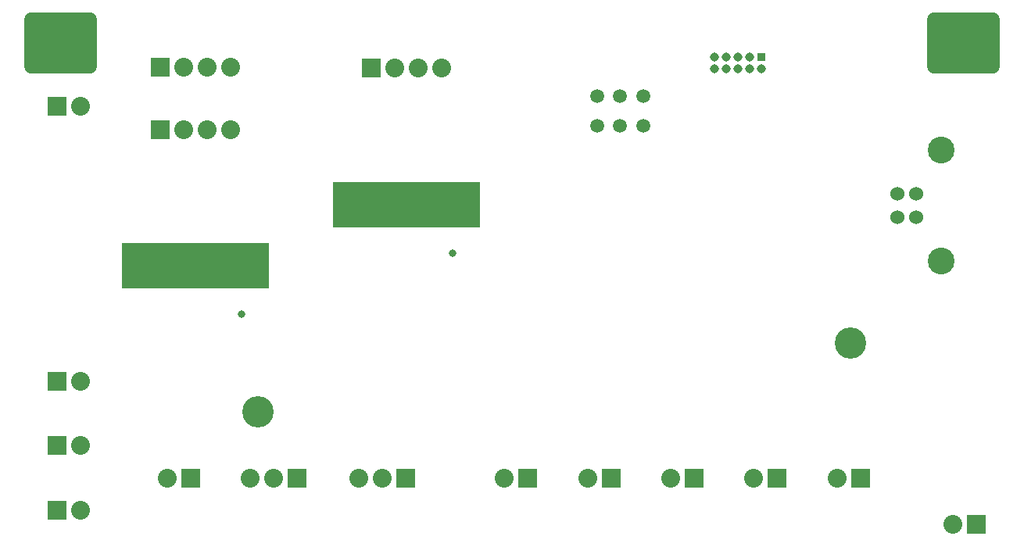
<source format=gbs>
G04 #@! TF.FileFunction,Soldermask,Bot*
%FSLAX46Y46*%
G04 Gerber Fmt 4.6, Leading zero omitted, Abs format (unit mm)*
G04 Created by KiCad (PCBNEW 4.0.1-stable) date 2018/01/12 13:37:46*
%MOMM*%
G01*
G04 APERTURE LIST*
%ADD10C,0.150000*%
%ADD11C,1.500000*%
%ADD12C,0.800100*%
%ADD13C,1.524000*%
%ADD14C,2.900000*%
%ADD15C,1.500000*%
%ADD16R,0.970000X0.970000*%
%ADD17C,0.970000*%
%ADD18R,2.032000X2.032000*%
%ADD19C,2.032000*%
%ADD20C,3.400000*%
%ADD21R,16.000000X5.000000*%
G04 APERTURE END LIST*
D10*
D11*
X30480000Y-32385000D02*
X36830000Y-32385000D01*
X30480000Y-31115000D02*
X30480000Y-32385000D01*
X36195000Y-31115000D02*
X30480000Y-31115000D01*
X36195000Y-29845000D02*
X36195000Y-31115000D01*
X30480000Y-29845000D02*
X36195000Y-29845000D01*
X30480000Y-28575000D02*
X30480000Y-29845000D01*
X36830000Y-28575000D02*
X30480000Y-28575000D01*
X36830000Y-33655000D02*
X36830000Y-28575000D01*
X30480000Y-33655000D02*
X36830000Y-33655000D01*
X30480000Y-28575000D02*
X30480000Y-33655000D01*
X134620000Y-33655000D02*
X134620000Y-33020000D01*
X128270000Y-33655000D02*
X134620000Y-33655000D01*
X128270000Y-33020000D02*
X128270000Y-33655000D01*
X128270000Y-31750000D02*
X134620000Y-31750000D01*
X128270000Y-31115000D02*
X128270000Y-31750000D01*
X134620000Y-31115000D02*
X128270000Y-31115000D01*
X134620000Y-29845000D02*
X134620000Y-31115000D01*
X128270000Y-29845000D02*
X134620000Y-29845000D01*
X128270000Y-28575000D02*
X128270000Y-29845000D01*
X134620000Y-28575000D02*
X128270000Y-28575000D01*
X134620000Y-33020000D02*
X134620000Y-28575000D01*
X128270000Y-33020000D02*
X134620000Y-33020000D01*
X128270000Y-28575000D02*
X128270000Y-33020000D01*
D12*
X76125000Y-53875000D03*
X53250000Y-60500000D03*
D13*
X124301000Y-47480000D03*
X124301000Y-50020000D03*
X126299980Y-50020000D03*
X126299980Y-47480000D03*
D14*
X129000000Y-42750520D03*
X129000000Y-54749480D03*
D15*
X91750000Y-40100000D03*
X94250000Y-40100000D03*
X96750000Y-40100000D03*
X96750000Y-36900000D03*
X94250000Y-36900000D03*
X91750000Y-36900000D03*
D16*
X109540000Y-32615000D03*
D17*
X109540000Y-33885000D03*
X108270000Y-32615000D03*
X108270000Y-33885000D03*
X107000000Y-32615000D03*
X107000000Y-33885000D03*
X105730000Y-32615000D03*
X105730000Y-33885000D03*
X104460000Y-32615000D03*
X104460000Y-33885000D03*
D18*
X67290000Y-33800000D03*
D19*
X69830000Y-33800000D03*
X72370000Y-33800000D03*
X74910000Y-33800000D03*
D18*
X44440000Y-40500000D03*
D19*
X46980000Y-40500000D03*
X49520000Y-40500000D03*
X52060000Y-40500000D03*
D18*
X44440000Y-33750000D03*
D19*
X46980000Y-33750000D03*
X49520000Y-33750000D03*
X52060000Y-33750000D03*
D18*
X59290000Y-78250000D03*
D19*
X56750000Y-78250000D03*
X54210000Y-78250000D03*
D18*
X71040000Y-78250000D03*
D19*
X68500000Y-78250000D03*
X65960000Y-78250000D03*
D18*
X102270000Y-78250000D03*
D19*
X99730000Y-78250000D03*
D18*
X33230000Y-81750000D03*
D19*
X35770000Y-81750000D03*
D18*
X132870000Y-83300000D03*
D19*
X130330000Y-83300000D03*
D18*
X120270000Y-78250000D03*
D19*
X117730000Y-78250000D03*
D18*
X111270000Y-78250000D03*
D19*
X108730000Y-78250000D03*
D18*
X84270000Y-78250000D03*
D19*
X81730000Y-78250000D03*
D18*
X33230000Y-74750000D03*
D19*
X35770000Y-74750000D03*
D18*
X47770000Y-78250000D03*
D19*
X45230000Y-78250000D03*
D18*
X33230000Y-67750000D03*
D19*
X35770000Y-67750000D03*
D18*
X93270000Y-78250000D03*
D19*
X90730000Y-78250000D03*
D20*
X132200000Y-30300000D03*
X119200000Y-63600000D03*
X55000000Y-71100000D03*
X32700000Y-30300000D03*
D18*
X33230000Y-38000000D03*
D19*
X35770000Y-38000000D03*
D21*
X48250000Y-55250000D03*
X71120000Y-48620000D03*
M02*

</source>
